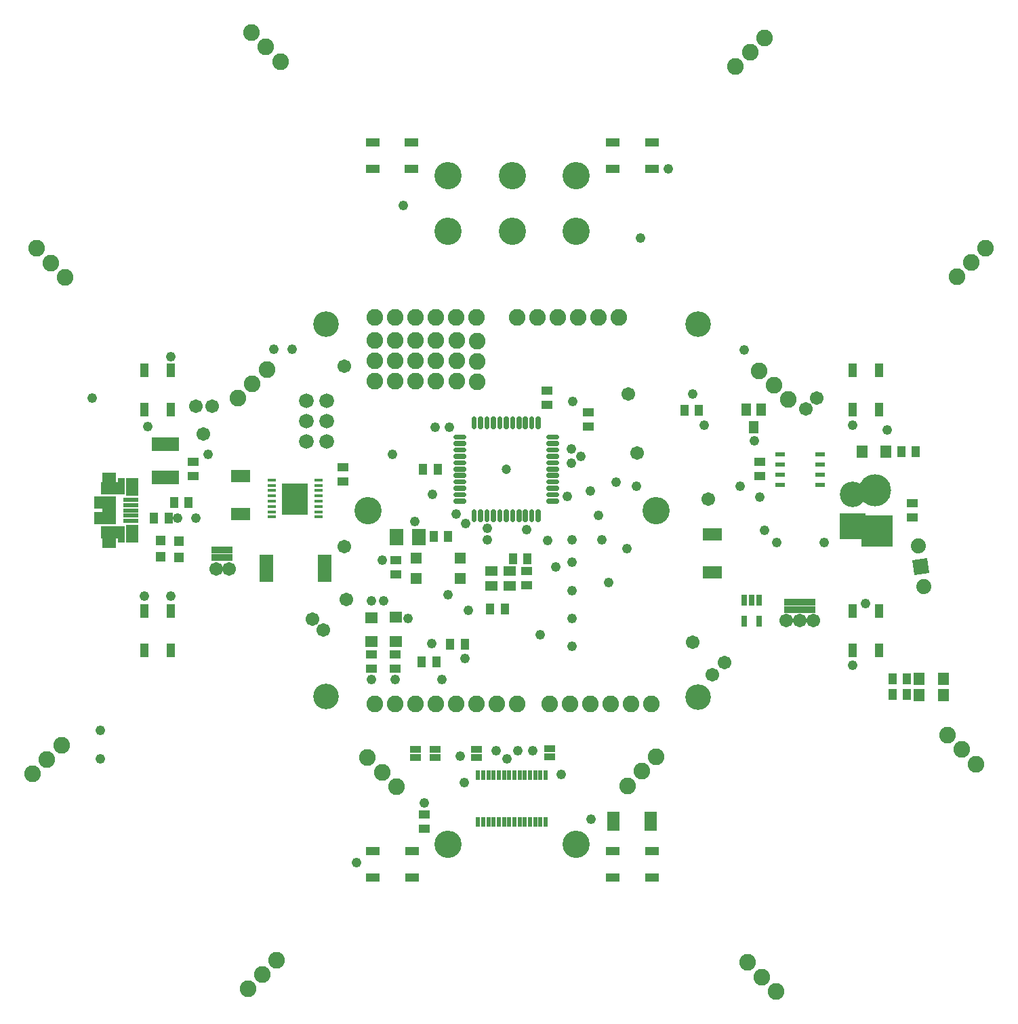
<source format=gts>
G75*
%MOIN*%
%OFA0B0*%
%FSLAX25Y25*%
%IPPOS*%
%LPD*%
%AMOC8*
5,1,8,0,0,1.08239X$1,22.5*
%
%ADD10C,0.12611*%
%ADD11C,0.13398*%
%ADD12R,0.05524X0.03950*%
%ADD13R,0.03950X0.05524*%
%ADD14R,0.09461X0.05918*%
%ADD15R,0.07099X0.07887*%
%ADD16R,0.04737X0.06312*%
%ADD17R,0.03950X0.01784*%
%ADD18R,0.12800X0.15800*%
%ADD19C,0.07200*%
%ADD20C,0.08200*%
%ADD21R,0.06706X0.04343*%
%ADD22R,0.04343X0.06706*%
%ADD23R,0.04737X0.04737*%
%ADD24R,0.05800X0.05800*%
%ADD25R,0.07400X0.07400*%
%ADD26C,0.07400*%
%ADD27C,0.02057*%
%ADD28C,0.04737*%
%ADD29R,0.12611X0.12611*%
%ADD30R,0.07099X0.13792*%
%ADD31R,0.13398X0.06706*%
%ADD32R,0.05918X0.04934*%
%ADD33R,0.02965X0.05524*%
%ADD34R,0.05524X0.06312*%
%ADD35R,0.02000X0.04700*%
%ADD36R,0.06312X0.05524*%
%ADD37R,0.07690X0.02375*%
%ADD38R,0.06693X0.07874*%
%ADD39R,0.06693X0.10630*%
%ADD40R,0.10643X0.06410*%
%ADD41R,0.06312X0.08674*%
%ADD42R,0.10643X0.05918*%
%ADD43R,0.03556X0.07887*%
%ADD44C,0.03556*%
%ADD45C,0.03359*%
%ADD46R,0.04934X0.02375*%
%ADD47R,0.05918X0.09461*%
%ADD48R,0.15800X0.15800*%
%ADD49C,0.15800*%
%ADD50R,0.05800X0.03300*%
%ADD51C,0.06706*%
%ADD52C,0.04762*%
D10*
X0197909Y0170940D03*
X0380940Y0170901D03*
X0457082Y0270389D03*
X0381058Y0353972D03*
X0197909Y0354090D03*
D11*
X0258165Y0399602D03*
X0258165Y0427082D03*
X0289641Y0427102D03*
X0289680Y0399641D03*
X0321176Y0399680D03*
X0321157Y0427200D03*
X0360507Y0262554D03*
X0218775Y0262554D03*
X0258145Y0098342D03*
X0321196Y0098401D03*
D12*
X0246334Y0106137D03*
X0246334Y0113224D03*
X0232200Y0184720D03*
X0232200Y0191806D03*
X0220310Y0191728D03*
X0220310Y0184641D03*
X0232357Y0231098D03*
X0232357Y0238184D03*
X0206531Y0276728D03*
X0206531Y0283814D03*
X0132554Y0286413D03*
X0132554Y0279326D03*
X0296649Y0232712D03*
X0296649Y0225625D03*
X0327200Y0303657D03*
X0327200Y0310743D03*
X0306806Y0314365D03*
X0306806Y0321452D03*
X0411413Y0286570D03*
X0411413Y0279483D03*
X0486491Y0266098D03*
X0486491Y0259011D03*
D13*
X0488066Y0291373D03*
X0480980Y0291373D03*
X0381334Y0311885D03*
X0374247Y0311885D03*
X0297200Y0238814D03*
X0290113Y0238814D03*
X0285940Y0214090D03*
X0278854Y0214090D03*
X0266255Y0196688D03*
X0259169Y0196688D03*
X0252279Y0187987D03*
X0245192Y0187987D03*
X0251019Y0249680D03*
X0258106Y0249680D03*
X0252909Y0282791D03*
X0245822Y0282791D03*
X0130428Y0266255D03*
X0123342Y0266255D03*
X0120586Y0258814D03*
X0113499Y0258814D03*
X0476767Y0179877D03*
X0483854Y0179877D03*
X0483854Y0172003D03*
X0476767Y0172003D03*
D14*
X0388066Y0232239D03*
X0388066Y0250743D03*
X0156019Y0260861D03*
X0156019Y0279365D03*
D15*
X0232791Y0249483D03*
X0243814Y0249483D03*
D16*
X0404720Y0311964D03*
X0412200Y0311964D03*
X0408460Y0303302D03*
D17*
X0194314Y0277456D03*
X0194291Y0274856D03*
X0194291Y0272256D03*
X0194291Y0269656D03*
X0194291Y0267056D03*
X0194291Y0264456D03*
X0194291Y0261856D03*
X0194291Y0259256D03*
X0171291Y0259256D03*
X0171291Y0261856D03*
X0171291Y0264456D03*
X0171291Y0267056D03*
X0171291Y0269656D03*
X0171291Y0272256D03*
X0171291Y0274856D03*
X0171267Y0277456D03*
D18*
X0182791Y0268176D03*
D19*
X0188381Y0296452D03*
X0198381Y0296452D03*
X0198381Y0306452D03*
X0188381Y0306452D03*
X0188381Y0316452D03*
X0198381Y0316452D03*
D20*
X0053727Y0132940D03*
X0060798Y0140011D03*
X0067869Y0147082D03*
X0173850Y0041480D03*
X0166779Y0034408D03*
X0159707Y0027337D03*
X0232609Y0126783D03*
X0225538Y0133854D03*
X0218467Y0140925D03*
X0222082Y0167476D03*
X0232082Y0167476D03*
X0242082Y0167476D03*
X0252082Y0167476D03*
X0262082Y0167476D03*
X0272082Y0167476D03*
X0282082Y0167476D03*
X0292082Y0167476D03*
X0308082Y0167476D03*
X0318082Y0167476D03*
X0328082Y0167476D03*
X0338082Y0167476D03*
X0348082Y0167476D03*
X0358082Y0167476D03*
X0360381Y0141389D03*
X0353310Y0134318D03*
X0346239Y0127247D03*
X0405231Y0040310D03*
X0412303Y0033239D03*
X0419374Y0026168D03*
X0517677Y0137912D03*
X0510606Y0144983D03*
X0503535Y0152054D03*
X0425279Y0317034D03*
X0418208Y0324105D03*
X0411137Y0331176D03*
X0342082Y0357476D03*
X0332082Y0357476D03*
X0322082Y0357476D03*
X0312082Y0357476D03*
X0302082Y0357476D03*
X0292082Y0357476D03*
X0272082Y0357476D03*
X0262082Y0357476D03*
X0252082Y0357476D03*
X0242082Y0357476D03*
X0232082Y0357476D03*
X0222082Y0357476D03*
X0222121Y0346019D03*
X0222121Y0336019D03*
X0232161Y0336019D03*
X0232161Y0346019D03*
X0242200Y0346019D03*
X0252043Y0346019D03*
X0252043Y0336019D03*
X0242200Y0336019D03*
X0242200Y0326019D03*
X0252043Y0326019D03*
X0262279Y0326019D03*
X0272239Y0325901D03*
X0272239Y0335901D03*
X0272239Y0345901D03*
X0262279Y0346019D03*
X0262279Y0336019D03*
X0232161Y0326019D03*
X0222121Y0326019D03*
X0168905Y0331731D03*
X0161834Y0324660D03*
X0154763Y0317589D03*
X0069810Y0377121D03*
X0062739Y0384192D03*
X0055668Y0391263D03*
X0161455Y0497346D03*
X0168527Y0490275D03*
X0175598Y0483204D03*
X0399515Y0480696D03*
X0406586Y0487767D03*
X0413657Y0494838D03*
X0522484Y0391460D03*
X0515413Y0384389D03*
X0508342Y0377318D03*
D21*
X0358302Y0430507D03*
X0358302Y0443499D03*
X0339011Y0443499D03*
X0339011Y0430507D03*
X0240192Y0430507D03*
X0240192Y0443499D03*
X0220901Y0443499D03*
X0220901Y0430507D03*
X0220980Y0094995D03*
X0220980Y0082003D03*
X0240271Y0082003D03*
X0240271Y0094995D03*
X0339090Y0095035D03*
X0339090Y0082043D03*
X0358381Y0082043D03*
X0358381Y0095035D03*
D22*
X0457102Y0193873D03*
X0470094Y0193873D03*
X0470094Y0213165D03*
X0457102Y0213165D03*
X0457200Y0312003D03*
X0470192Y0312003D03*
X0470192Y0331294D03*
X0457200Y0331294D03*
X0121688Y0331255D03*
X0108696Y0331255D03*
X0108696Y0311964D03*
X0121688Y0311964D03*
X0121688Y0213184D03*
X0108696Y0213184D03*
X0108696Y0193893D03*
X0121688Y0193893D03*
D23*
X0125625Y0239562D03*
X0116846Y0239720D03*
X0116846Y0247594D03*
X0125625Y0247436D03*
D24*
X0242315Y0239191D03*
X0242315Y0229191D03*
X0263915Y0229191D03*
X0263915Y0239191D03*
D25*
G36*
X0493810Y0239186D02*
X0494776Y0231850D01*
X0487440Y0230884D01*
X0486474Y0238220D01*
X0493810Y0239186D01*
G37*
D26*
X0489320Y0244949D03*
X0491930Y0225120D03*
D27*
X0311611Y0266824D02*
X0307355Y0266824D01*
X0307355Y0267340D01*
X0311611Y0267340D01*
X0311611Y0266824D01*
X0311611Y0269973D02*
X0307355Y0269973D01*
X0307355Y0270489D01*
X0311611Y0270489D01*
X0311611Y0269973D01*
X0311611Y0273123D02*
X0307355Y0273123D01*
X0307355Y0273639D01*
X0311611Y0273639D01*
X0311611Y0273123D01*
X0311611Y0276273D02*
X0307355Y0276273D01*
X0307355Y0276789D01*
X0311611Y0276789D01*
X0311611Y0276273D01*
X0311611Y0279422D02*
X0307355Y0279422D01*
X0307355Y0279938D01*
X0311611Y0279938D01*
X0311611Y0279422D01*
X0311611Y0282572D02*
X0307355Y0282572D01*
X0307355Y0283088D01*
X0311611Y0283088D01*
X0311611Y0282572D01*
X0311611Y0285722D02*
X0307355Y0285722D01*
X0307355Y0286238D01*
X0311611Y0286238D01*
X0311611Y0285722D01*
X0311611Y0288871D02*
X0307355Y0288871D01*
X0307355Y0289387D01*
X0311611Y0289387D01*
X0311611Y0288871D01*
X0311611Y0292021D02*
X0307355Y0292021D01*
X0307355Y0292537D01*
X0311611Y0292537D01*
X0311611Y0292021D01*
X0311611Y0295170D02*
X0307355Y0295170D01*
X0307355Y0295686D01*
X0311611Y0295686D01*
X0311611Y0295170D01*
X0311611Y0298320D02*
X0307355Y0298320D01*
X0307355Y0298836D01*
X0311611Y0298836D01*
X0311611Y0298320D01*
X0302655Y0303537D02*
X0302139Y0303537D01*
X0302139Y0307793D01*
X0302655Y0307793D01*
X0302655Y0303537D01*
X0302655Y0305593D02*
X0302139Y0305593D01*
X0302139Y0307649D02*
X0302655Y0307649D01*
X0299505Y0303537D02*
X0298989Y0303537D01*
X0298989Y0307793D01*
X0299505Y0307793D01*
X0299505Y0303537D01*
X0299505Y0305593D02*
X0298989Y0305593D01*
X0298989Y0307649D02*
X0299505Y0307649D01*
X0296356Y0303537D02*
X0295840Y0303537D01*
X0295840Y0307793D01*
X0296356Y0307793D01*
X0296356Y0303537D01*
X0296356Y0305593D02*
X0295840Y0305593D01*
X0295840Y0307649D02*
X0296356Y0307649D01*
X0293206Y0303537D02*
X0292690Y0303537D01*
X0292690Y0307793D01*
X0293206Y0307793D01*
X0293206Y0303537D01*
X0293206Y0305593D02*
X0292690Y0305593D01*
X0292690Y0307649D02*
X0293206Y0307649D01*
X0290056Y0303537D02*
X0289540Y0303537D01*
X0289540Y0307793D01*
X0290056Y0307793D01*
X0290056Y0303537D01*
X0290056Y0305593D02*
X0289540Y0305593D01*
X0289540Y0307649D02*
X0290056Y0307649D01*
X0286907Y0303537D02*
X0286391Y0303537D01*
X0286391Y0307793D01*
X0286907Y0307793D01*
X0286907Y0303537D01*
X0286907Y0305593D02*
X0286391Y0305593D01*
X0286391Y0307649D02*
X0286907Y0307649D01*
X0283757Y0303537D02*
X0283241Y0303537D01*
X0283241Y0307793D01*
X0283757Y0307793D01*
X0283757Y0303537D01*
X0283757Y0305593D02*
X0283241Y0305593D01*
X0283241Y0307649D02*
X0283757Y0307649D01*
X0280608Y0303537D02*
X0280092Y0303537D01*
X0280092Y0307793D01*
X0280608Y0307793D01*
X0280608Y0303537D01*
X0280608Y0305593D02*
X0280092Y0305593D01*
X0280092Y0307649D02*
X0280608Y0307649D01*
X0277458Y0303537D02*
X0276942Y0303537D01*
X0276942Y0307793D01*
X0277458Y0307793D01*
X0277458Y0303537D01*
X0277458Y0305593D02*
X0276942Y0305593D01*
X0276942Y0307649D02*
X0277458Y0307649D01*
X0274308Y0303537D02*
X0273792Y0303537D01*
X0273792Y0307793D01*
X0274308Y0307793D01*
X0274308Y0303537D01*
X0274308Y0305593D02*
X0273792Y0305593D01*
X0273792Y0307649D02*
X0274308Y0307649D01*
X0271159Y0303537D02*
X0270643Y0303537D01*
X0270643Y0307793D01*
X0271159Y0307793D01*
X0271159Y0303537D01*
X0271159Y0305593D02*
X0270643Y0305593D01*
X0270643Y0307649D02*
X0271159Y0307649D01*
X0265942Y0298320D02*
X0261686Y0298320D01*
X0261686Y0298836D01*
X0265942Y0298836D01*
X0265942Y0298320D01*
X0265942Y0295170D02*
X0261686Y0295170D01*
X0261686Y0295686D01*
X0265942Y0295686D01*
X0265942Y0295170D01*
X0265942Y0292021D02*
X0261686Y0292021D01*
X0261686Y0292537D01*
X0265942Y0292537D01*
X0265942Y0292021D01*
X0265942Y0288871D02*
X0261686Y0288871D01*
X0261686Y0289387D01*
X0265942Y0289387D01*
X0265942Y0288871D01*
X0265942Y0285722D02*
X0261686Y0285722D01*
X0261686Y0286238D01*
X0265942Y0286238D01*
X0265942Y0285722D01*
X0265942Y0282572D02*
X0261686Y0282572D01*
X0261686Y0283088D01*
X0265942Y0283088D01*
X0265942Y0282572D01*
X0265942Y0279422D02*
X0261686Y0279422D01*
X0261686Y0279938D01*
X0265942Y0279938D01*
X0265942Y0279422D01*
X0265942Y0276273D02*
X0261686Y0276273D01*
X0261686Y0276789D01*
X0265942Y0276789D01*
X0265942Y0276273D01*
X0265942Y0273123D02*
X0261686Y0273123D01*
X0261686Y0273639D01*
X0265942Y0273639D01*
X0265942Y0273123D01*
X0265942Y0269973D02*
X0261686Y0269973D01*
X0261686Y0270489D01*
X0265942Y0270489D01*
X0265942Y0269973D01*
X0265942Y0266824D02*
X0261686Y0266824D01*
X0261686Y0267340D01*
X0265942Y0267340D01*
X0265942Y0266824D01*
X0270643Y0257867D02*
X0271159Y0257867D01*
X0270643Y0257867D02*
X0270643Y0262123D01*
X0271159Y0262123D01*
X0271159Y0257867D01*
X0271159Y0259923D02*
X0270643Y0259923D01*
X0270643Y0261979D02*
X0271159Y0261979D01*
X0273792Y0257867D02*
X0274308Y0257867D01*
X0273792Y0257867D02*
X0273792Y0262123D01*
X0274308Y0262123D01*
X0274308Y0257867D01*
X0274308Y0259923D02*
X0273792Y0259923D01*
X0273792Y0261979D02*
X0274308Y0261979D01*
X0276942Y0257867D02*
X0277458Y0257867D01*
X0276942Y0257867D02*
X0276942Y0262123D01*
X0277458Y0262123D01*
X0277458Y0257867D01*
X0277458Y0259923D02*
X0276942Y0259923D01*
X0276942Y0261979D02*
X0277458Y0261979D01*
X0280092Y0257867D02*
X0280608Y0257867D01*
X0280092Y0257867D02*
X0280092Y0262123D01*
X0280608Y0262123D01*
X0280608Y0257867D01*
X0280608Y0259923D02*
X0280092Y0259923D01*
X0280092Y0261979D02*
X0280608Y0261979D01*
X0283241Y0257867D02*
X0283757Y0257867D01*
X0283241Y0257867D02*
X0283241Y0262123D01*
X0283757Y0262123D01*
X0283757Y0257867D01*
X0283757Y0259923D02*
X0283241Y0259923D01*
X0283241Y0261979D02*
X0283757Y0261979D01*
X0286391Y0257867D02*
X0286907Y0257867D01*
X0286391Y0257867D02*
X0286391Y0262123D01*
X0286907Y0262123D01*
X0286907Y0257867D01*
X0286907Y0259923D02*
X0286391Y0259923D01*
X0286391Y0261979D02*
X0286907Y0261979D01*
X0289540Y0257867D02*
X0290056Y0257867D01*
X0289540Y0257867D02*
X0289540Y0262123D01*
X0290056Y0262123D01*
X0290056Y0257867D01*
X0290056Y0259923D02*
X0289540Y0259923D01*
X0289540Y0261979D02*
X0290056Y0261979D01*
X0292690Y0257867D02*
X0293206Y0257867D01*
X0292690Y0257867D02*
X0292690Y0262123D01*
X0293206Y0262123D01*
X0293206Y0257867D01*
X0293206Y0259923D02*
X0292690Y0259923D01*
X0292690Y0261979D02*
X0293206Y0261979D01*
X0295840Y0257867D02*
X0296356Y0257867D01*
X0295840Y0257867D02*
X0295840Y0262123D01*
X0296356Y0262123D01*
X0296356Y0257867D01*
X0296356Y0259923D02*
X0295840Y0259923D01*
X0295840Y0261979D02*
X0296356Y0261979D01*
X0298989Y0257867D02*
X0299505Y0257867D01*
X0298989Y0257867D02*
X0298989Y0262123D01*
X0299505Y0262123D01*
X0299505Y0257867D01*
X0299505Y0259923D02*
X0298989Y0259923D01*
X0298989Y0261979D02*
X0299505Y0261979D01*
X0302139Y0257867D02*
X0302655Y0257867D01*
X0302139Y0257867D02*
X0302139Y0262123D01*
X0302655Y0262123D01*
X0302655Y0257867D01*
X0302655Y0259923D02*
X0302139Y0259923D01*
X0302139Y0261979D02*
X0302655Y0261979D01*
D28*
X0286649Y0282830D03*
D29*
X0457082Y0254641D03*
D30*
X0197515Y0234208D03*
X0168775Y0234208D03*
D31*
X0119169Y0278696D03*
X0119169Y0295231D03*
D32*
X0279208Y0232731D03*
X0279208Y0225448D03*
X0288263Y0225448D03*
X0288263Y0232731D03*
D33*
X0403696Y0218303D03*
X0407436Y0218303D03*
X0411176Y0218303D03*
X0411176Y0208066D03*
X0403696Y0208066D03*
D34*
X0489798Y0179877D03*
X0489759Y0171885D03*
X0501570Y0171885D03*
X0501609Y0179877D03*
X0473460Y0291452D03*
X0461649Y0291452D03*
D35*
X0306039Y0132349D03*
X0303480Y0132349D03*
X0300920Y0132349D03*
X0298361Y0132349D03*
X0295802Y0132349D03*
X0293243Y0132349D03*
X0290684Y0132349D03*
X0288125Y0132349D03*
X0285566Y0132349D03*
X0283007Y0132349D03*
X0280448Y0132349D03*
X0277889Y0132349D03*
X0275330Y0132349D03*
X0272771Y0132349D03*
X0272771Y0109374D03*
X0275330Y0109374D03*
X0277889Y0109374D03*
X0280448Y0109374D03*
X0283007Y0109374D03*
X0285566Y0109374D03*
X0288125Y0109374D03*
X0290684Y0109374D03*
X0293243Y0109374D03*
X0295802Y0109374D03*
X0298361Y0109374D03*
X0300920Y0109374D03*
X0303480Y0109374D03*
X0306039Y0109374D03*
D36*
X0232397Y0198184D03*
X0220350Y0197948D03*
X0220350Y0209759D03*
X0232397Y0209995D03*
D37*
X0101944Y0257436D03*
X0101944Y0259995D03*
X0101944Y0262554D03*
X0101944Y0265113D03*
X0101944Y0267672D03*
D38*
X0091216Y0277058D03*
X0091216Y0248050D03*
D39*
X0091216Y0262554D03*
D40*
X0089405Y0258765D03*
X0089405Y0266344D03*
D41*
X0102633Y0273972D03*
X0102633Y0251137D03*
D42*
X0092731Y0251728D03*
X0092731Y0273381D03*
D43*
X0097515Y0274365D03*
X0097515Y0250743D03*
D44*
X0090625Y0251826D03*
X0090625Y0273283D03*
D45*
X0102633Y0272102D03*
X0102633Y0253007D03*
D46*
X0421531Y0275113D03*
X0421531Y0280113D03*
X0421531Y0285113D03*
X0421531Y0290113D03*
X0441058Y0290113D03*
X0441058Y0285113D03*
X0441058Y0280113D03*
X0441058Y0275113D03*
D47*
X0357830Y0109680D03*
X0339326Y0109680D03*
D48*
X0468972Y0252515D03*
D49*
X0468184Y0272515D03*
D50*
X0436019Y0217436D03*
X0436019Y0213893D03*
X0430980Y0213893D03*
X0430980Y0217436D03*
X0425980Y0217436D03*
X0425980Y0213893D03*
X0308066Y0145302D03*
X0308066Y0141302D03*
X0272043Y0141106D03*
X0272043Y0145106D03*
X0251806Y0145066D03*
X0251806Y0141066D03*
X0242043Y0141106D03*
X0242043Y0145106D03*
X0149287Y0239483D03*
X0149287Y0243027D03*
X0144247Y0243027D03*
X0144247Y0239483D03*
D51*
X0144050Y0233696D03*
X0150271Y0233696D03*
X0191216Y0209011D03*
X0196728Y0203893D03*
X0208145Y0218854D03*
X0206964Y0244838D03*
X0137672Y0299956D03*
X0134129Y0313735D03*
X0142003Y0313735D03*
X0206964Y0333420D03*
X0346728Y0319641D03*
X0350920Y0290802D03*
X0386098Y0268066D03*
X0433932Y0312357D03*
X0439247Y0317672D03*
X0437842Y0208275D03*
X0431046Y0208381D03*
X0424247Y0208381D03*
X0393972Y0187751D03*
X0388066Y0181846D03*
X0378224Y0197594D03*
D52*
X0336885Y0227121D03*
X0319169Y0223184D03*
X0319169Y0209405D03*
X0319169Y0195625D03*
X0303420Y0201531D03*
X0310901Y0234602D03*
X0319169Y0236964D03*
X0319169Y0248184D03*
X0307161Y0247791D03*
X0296767Y0253027D03*
X0277239Y0253696D03*
X0277239Y0247987D03*
X0266806Y0256058D03*
X0262082Y0260586D03*
X0250271Y0270428D03*
X0241609Y0257043D03*
X0225861Y0238145D03*
X0226452Y0218066D03*
X0220350Y0218066D03*
X0238460Y0209405D03*
X0250074Y0197102D03*
X0266216Y0189897D03*
X0255015Y0179365D03*
X0232062Y0179483D03*
X0220350Y0179483D03*
X0264050Y0141688D03*
X0266019Y0128696D03*
X0246334Y0118854D03*
X0281767Y0144444D03*
X0287007Y0140519D03*
X0292495Y0144523D03*
X0299680Y0144444D03*
X0313854Y0132633D03*
X0328224Y0110783D03*
X0212869Y0089326D03*
X0086885Y0140507D03*
X0086885Y0154287D03*
X0108735Y0220428D03*
X0121728Y0220428D03*
X0125074Y0258814D03*
X0133932Y0258814D03*
X0140035Y0290113D03*
X0110507Y0303893D03*
X0082948Y0317672D03*
X0121728Y0338145D03*
X0172515Y0341688D03*
X0181373Y0341688D03*
X0230586Y0290113D03*
X0251649Y0303302D03*
X0258539Y0303342D03*
X0316846Y0269523D03*
X0328027Y0272200D03*
X0331964Y0260192D03*
X0333539Y0248184D03*
X0345940Y0243657D03*
X0350665Y0274365D03*
X0340822Y0276334D03*
X0323499Y0289129D03*
X0318775Y0285783D03*
X0318775Y0292633D03*
X0319365Y0316098D03*
X0378224Y0319641D03*
X0384129Y0304287D03*
X0408539Y0296609D03*
X0401846Y0274365D03*
X0411255Y0269129D03*
X0413657Y0252712D03*
X0419562Y0246806D03*
X0443184Y0246806D03*
X0463460Y0216885D03*
X0456964Y0186570D03*
X0473893Y0301924D03*
X0456964Y0304287D03*
X0403814Y0341294D03*
X0352633Y0396413D03*
X0366413Y0430468D03*
X0236098Y0412554D03*
X0258145Y0221216D03*
X0267987Y0213342D03*
M02*

</source>
